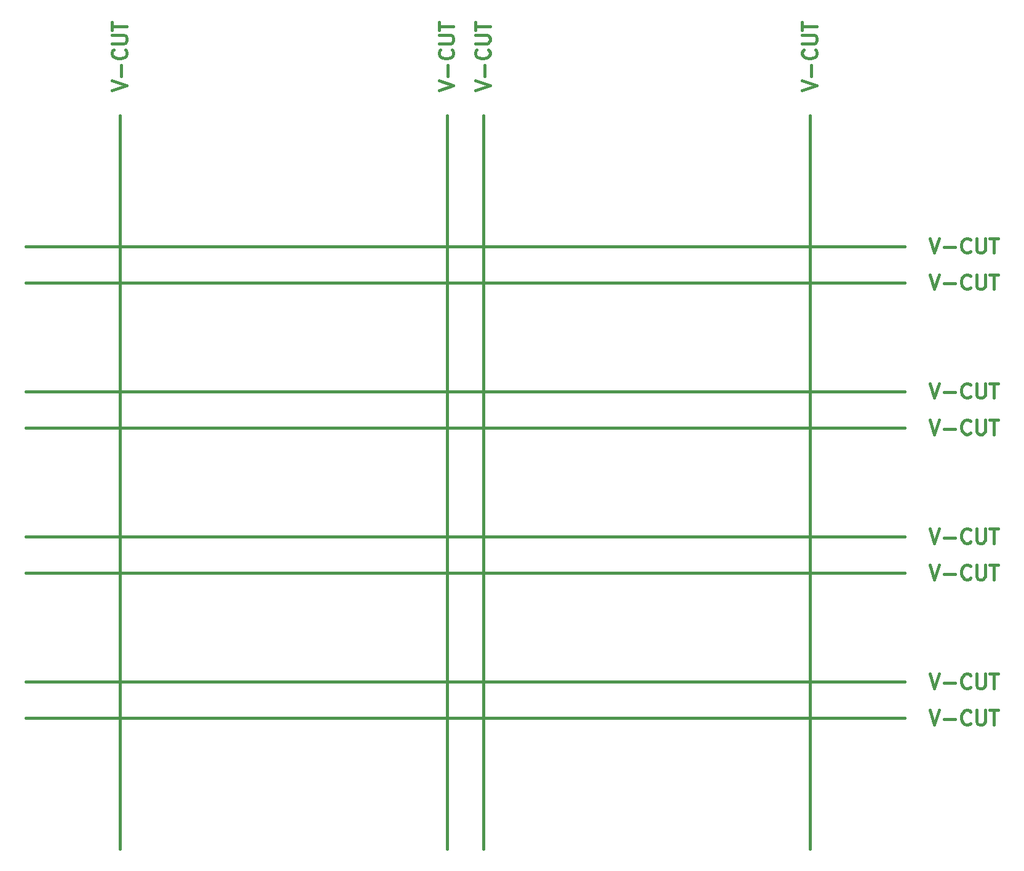
<source format=gbr>
G04 #@! TF.GenerationSoftware,KiCad,Pcbnew,(5.1.9)-1*
G04 #@! TF.CreationDate,2021-05-17T22:57:24+10:00*
G04 #@! TF.ProjectId,microBoSL-panel,6d696372-6f42-46f5-934c-2d70616e656c,rev?*
G04 #@! TF.SameCoordinates,Original*
G04 #@! TF.FileFunction,Other,Comment*
%FSLAX46Y46*%
G04 Gerber Fmt 4.6, Leading zero omitted, Abs format (unit mm)*
G04 Created by KiCad (PCBNEW (5.1.9)-1) date 2021-05-17 22:57:24*
%MOMM*%
%LPD*%
G01*
G04 APERTURE LIST*
%ADD10C,0.400000*%
G04 APERTURE END LIST*
D10*
X121404761Y-36048520D02*
X123404761Y-35381854D01*
X121404761Y-34715187D01*
X122642857Y-34048520D02*
X122642857Y-32524711D01*
X123214285Y-30429473D02*
X123309523Y-30524711D01*
X123404761Y-30810425D01*
X123404761Y-31000901D01*
X123309523Y-31286616D01*
X123119047Y-31477092D01*
X122928571Y-31572330D01*
X122547619Y-31667568D01*
X122261904Y-31667568D01*
X121880952Y-31572330D01*
X121690476Y-31477092D01*
X121500000Y-31286616D01*
X121404761Y-31000901D01*
X121404761Y-30810425D01*
X121500000Y-30524711D01*
X121595238Y-30429473D01*
X121404761Y-29572330D02*
X123023809Y-29572330D01*
X123214285Y-29477092D01*
X123309523Y-29381854D01*
X123404761Y-29191377D01*
X123404761Y-28810425D01*
X123309523Y-28619949D01*
X123214285Y-28524711D01*
X123023809Y-28429473D01*
X121404761Y-28429473D01*
X121404761Y-27762806D02*
X121404761Y-26619949D01*
X123404761Y-27191377D02*
X121404761Y-27191377D01*
X122500000Y-39498997D02*
X122500000Y-140501033D01*
X76404761Y-36048520D02*
X78404761Y-35381854D01*
X76404761Y-34715187D01*
X77642857Y-34048520D02*
X77642857Y-32524711D01*
X78214285Y-30429473D02*
X78309523Y-30524711D01*
X78404761Y-30810425D01*
X78404761Y-31000901D01*
X78309523Y-31286616D01*
X78119047Y-31477092D01*
X77928571Y-31572330D01*
X77547619Y-31667568D01*
X77261904Y-31667568D01*
X76880952Y-31572330D01*
X76690476Y-31477092D01*
X76500000Y-31286616D01*
X76404761Y-31000901D01*
X76404761Y-30810425D01*
X76500000Y-30524711D01*
X76595238Y-30429473D01*
X76404761Y-29572330D02*
X78023809Y-29572330D01*
X78214285Y-29477092D01*
X78309523Y-29381854D01*
X78404761Y-29191377D01*
X78404761Y-28810425D01*
X78309523Y-28619949D01*
X78214285Y-28524711D01*
X78023809Y-28429473D01*
X76404761Y-28429473D01*
X76404761Y-27762806D02*
X76404761Y-26619949D01*
X78404761Y-27191377D02*
X76404761Y-27191377D01*
X77500000Y-39498997D02*
X77500000Y-140501033D01*
X71404761Y-36048520D02*
X73404761Y-35381854D01*
X71404761Y-34715187D01*
X72642857Y-34048520D02*
X72642857Y-32524711D01*
X73214285Y-30429473D02*
X73309523Y-30524711D01*
X73404761Y-30810425D01*
X73404761Y-31000901D01*
X73309523Y-31286616D01*
X73119047Y-31477092D01*
X72928571Y-31572330D01*
X72547619Y-31667568D01*
X72261904Y-31667568D01*
X71880952Y-31572330D01*
X71690476Y-31477092D01*
X71500000Y-31286616D01*
X71404761Y-31000901D01*
X71404761Y-30810425D01*
X71500000Y-30524711D01*
X71595238Y-30429473D01*
X71404761Y-29572330D02*
X73023809Y-29572330D01*
X73214285Y-29477092D01*
X73309523Y-29381854D01*
X73404761Y-29191377D01*
X73404761Y-28810425D01*
X73309523Y-28619949D01*
X73214285Y-28524711D01*
X73023809Y-28429473D01*
X71404761Y-28429473D01*
X71404761Y-27762806D02*
X71404761Y-26619949D01*
X73404761Y-27191377D02*
X71404761Y-27191377D01*
X72500000Y-39498997D02*
X72500000Y-140501033D01*
X26404761Y-36048520D02*
X28404761Y-35381854D01*
X26404761Y-34715187D01*
X27642857Y-34048520D02*
X27642857Y-32524711D01*
X28214285Y-30429473D02*
X28309523Y-30524711D01*
X28404761Y-30810425D01*
X28404761Y-31000901D01*
X28309523Y-31286616D01*
X28119047Y-31477092D01*
X27928571Y-31572330D01*
X27547619Y-31667568D01*
X27261904Y-31667568D01*
X26880952Y-31572330D01*
X26690476Y-31477092D01*
X26500000Y-31286616D01*
X26404761Y-31000901D01*
X26404761Y-30810425D01*
X26500000Y-30524711D01*
X26595238Y-30429473D01*
X26404761Y-29572330D02*
X28023809Y-29572330D01*
X28214285Y-29477092D01*
X28309523Y-29381854D01*
X28404761Y-29191377D01*
X28404761Y-28810425D01*
X28309523Y-28619949D01*
X28214285Y-28524711D01*
X28023809Y-28429473D01*
X26404761Y-28429473D01*
X26404761Y-27762806D02*
X26404761Y-26619949D01*
X28404761Y-27191377D02*
X26404761Y-27191377D01*
X27500000Y-39498997D02*
X27500000Y-140501033D01*
X138939481Y-121404761D02*
X139606147Y-123404761D01*
X140272814Y-121404761D01*
X140939481Y-122642857D02*
X142463290Y-122642857D01*
X144558528Y-123214285D02*
X144463290Y-123309523D01*
X144177576Y-123404761D01*
X143987100Y-123404761D01*
X143701385Y-123309523D01*
X143510909Y-123119047D01*
X143415671Y-122928571D01*
X143320433Y-122547619D01*
X143320433Y-122261904D01*
X143415671Y-121880952D01*
X143510909Y-121690476D01*
X143701385Y-121500000D01*
X143987100Y-121404761D01*
X144177576Y-121404761D01*
X144463290Y-121500000D01*
X144558528Y-121595238D01*
X145415671Y-121404761D02*
X145415671Y-123023809D01*
X145510909Y-123214285D01*
X145606147Y-123309523D01*
X145796624Y-123404761D01*
X146177576Y-123404761D01*
X146368052Y-123309523D01*
X146463290Y-123214285D01*
X146558528Y-123023809D01*
X146558528Y-121404761D01*
X147225195Y-121404761D02*
X148368052Y-121404761D01*
X147796624Y-123404761D02*
X147796624Y-121404761D01*
X14520997Y-122500000D02*
X135489005Y-122500000D01*
X138939481Y-116404761D02*
X139606147Y-118404761D01*
X140272814Y-116404761D01*
X140939481Y-117642857D02*
X142463290Y-117642857D01*
X144558528Y-118214285D02*
X144463290Y-118309523D01*
X144177576Y-118404761D01*
X143987100Y-118404761D01*
X143701385Y-118309523D01*
X143510909Y-118119047D01*
X143415671Y-117928571D01*
X143320433Y-117547619D01*
X143320433Y-117261904D01*
X143415671Y-116880952D01*
X143510909Y-116690476D01*
X143701385Y-116500000D01*
X143987100Y-116404761D01*
X144177576Y-116404761D01*
X144463290Y-116500000D01*
X144558528Y-116595238D01*
X145415671Y-116404761D02*
X145415671Y-118023809D01*
X145510909Y-118214285D01*
X145606147Y-118309523D01*
X145796624Y-118404761D01*
X146177576Y-118404761D01*
X146368052Y-118309523D01*
X146463290Y-118214285D01*
X146558528Y-118023809D01*
X146558528Y-116404761D01*
X147225195Y-116404761D02*
X148368052Y-116404761D01*
X147796624Y-118404761D02*
X147796624Y-116404761D01*
X14520997Y-117500000D02*
X135489005Y-117500000D01*
X138939481Y-101404761D02*
X139606147Y-103404761D01*
X140272814Y-101404761D01*
X140939481Y-102642857D02*
X142463290Y-102642857D01*
X144558528Y-103214285D02*
X144463290Y-103309523D01*
X144177576Y-103404761D01*
X143987100Y-103404761D01*
X143701385Y-103309523D01*
X143510909Y-103119047D01*
X143415671Y-102928571D01*
X143320433Y-102547619D01*
X143320433Y-102261904D01*
X143415671Y-101880952D01*
X143510909Y-101690476D01*
X143701385Y-101500000D01*
X143987100Y-101404761D01*
X144177576Y-101404761D01*
X144463290Y-101500000D01*
X144558528Y-101595238D01*
X145415671Y-101404761D02*
X145415671Y-103023809D01*
X145510909Y-103214285D01*
X145606147Y-103309523D01*
X145796624Y-103404761D01*
X146177576Y-103404761D01*
X146368052Y-103309523D01*
X146463290Y-103214285D01*
X146558528Y-103023809D01*
X146558528Y-101404761D01*
X147225195Y-101404761D02*
X148368052Y-101404761D01*
X147796624Y-103404761D02*
X147796624Y-101404761D01*
X14520997Y-102500000D02*
X135489005Y-102500000D01*
X138939481Y-61404761D02*
X139606147Y-63404761D01*
X140272814Y-61404761D01*
X140939481Y-62642857D02*
X142463290Y-62642857D01*
X144558528Y-63214285D02*
X144463290Y-63309523D01*
X144177576Y-63404761D01*
X143987100Y-63404761D01*
X143701385Y-63309523D01*
X143510909Y-63119047D01*
X143415671Y-62928571D01*
X143320433Y-62547619D01*
X143320433Y-62261904D01*
X143415671Y-61880952D01*
X143510909Y-61690476D01*
X143701385Y-61500000D01*
X143987100Y-61404761D01*
X144177576Y-61404761D01*
X144463290Y-61500000D01*
X144558528Y-61595238D01*
X145415671Y-61404761D02*
X145415671Y-63023809D01*
X145510909Y-63214285D01*
X145606147Y-63309523D01*
X145796624Y-63404761D01*
X146177576Y-63404761D01*
X146368052Y-63309523D01*
X146463290Y-63214285D01*
X146558528Y-63023809D01*
X146558528Y-61404761D01*
X147225195Y-61404761D02*
X148368052Y-61404761D01*
X147796624Y-63404761D02*
X147796624Y-61404761D01*
X14520997Y-62500000D02*
X135489005Y-62500000D01*
X138939481Y-81404761D02*
X139606147Y-83404761D01*
X140272814Y-81404761D01*
X140939481Y-82642857D02*
X142463290Y-82642857D01*
X144558528Y-83214285D02*
X144463290Y-83309523D01*
X144177576Y-83404761D01*
X143987100Y-83404761D01*
X143701385Y-83309523D01*
X143510909Y-83119047D01*
X143415671Y-82928571D01*
X143320433Y-82547619D01*
X143320433Y-82261904D01*
X143415671Y-81880952D01*
X143510909Y-81690476D01*
X143701385Y-81500000D01*
X143987100Y-81404761D01*
X144177576Y-81404761D01*
X144463290Y-81500000D01*
X144558528Y-81595238D01*
X145415671Y-81404761D02*
X145415671Y-83023809D01*
X145510909Y-83214285D01*
X145606147Y-83309523D01*
X145796624Y-83404761D01*
X146177576Y-83404761D01*
X146368052Y-83309523D01*
X146463290Y-83214285D01*
X146558528Y-83023809D01*
X146558528Y-81404761D01*
X147225195Y-81404761D02*
X148368052Y-81404761D01*
X147796624Y-83404761D02*
X147796624Y-81404761D01*
X14520997Y-82500000D02*
X135489005Y-82500000D01*
X138939481Y-76404761D02*
X139606147Y-78404761D01*
X140272814Y-76404761D01*
X140939481Y-77642857D02*
X142463290Y-77642857D01*
X144558528Y-78214285D02*
X144463290Y-78309523D01*
X144177576Y-78404761D01*
X143987100Y-78404761D01*
X143701385Y-78309523D01*
X143510909Y-78119047D01*
X143415671Y-77928571D01*
X143320433Y-77547619D01*
X143320433Y-77261904D01*
X143415671Y-76880952D01*
X143510909Y-76690476D01*
X143701385Y-76500000D01*
X143987100Y-76404761D01*
X144177576Y-76404761D01*
X144463290Y-76500000D01*
X144558528Y-76595238D01*
X145415671Y-76404761D02*
X145415671Y-78023809D01*
X145510909Y-78214285D01*
X145606147Y-78309523D01*
X145796624Y-78404761D01*
X146177576Y-78404761D01*
X146368052Y-78309523D01*
X146463290Y-78214285D01*
X146558528Y-78023809D01*
X146558528Y-76404761D01*
X147225195Y-76404761D02*
X148368052Y-76404761D01*
X147796624Y-78404761D02*
X147796624Y-76404761D01*
X14520997Y-77500000D02*
X135489005Y-77500000D01*
X138939481Y-96404761D02*
X139606147Y-98404761D01*
X140272814Y-96404761D01*
X140939481Y-97642857D02*
X142463290Y-97642857D01*
X144558528Y-98214285D02*
X144463290Y-98309523D01*
X144177576Y-98404761D01*
X143987100Y-98404761D01*
X143701385Y-98309523D01*
X143510909Y-98119047D01*
X143415671Y-97928571D01*
X143320433Y-97547619D01*
X143320433Y-97261904D01*
X143415671Y-96880952D01*
X143510909Y-96690476D01*
X143701385Y-96500000D01*
X143987100Y-96404761D01*
X144177576Y-96404761D01*
X144463290Y-96500000D01*
X144558528Y-96595238D01*
X145415671Y-96404761D02*
X145415671Y-98023809D01*
X145510909Y-98214285D01*
X145606147Y-98309523D01*
X145796624Y-98404761D01*
X146177576Y-98404761D01*
X146368052Y-98309523D01*
X146463290Y-98214285D01*
X146558528Y-98023809D01*
X146558528Y-96404761D01*
X147225195Y-96404761D02*
X148368052Y-96404761D01*
X147796624Y-98404761D02*
X147796624Y-96404761D01*
X14520997Y-97500000D02*
X135489005Y-97500000D01*
X138939481Y-56404761D02*
X139606147Y-58404761D01*
X140272814Y-56404761D01*
X140939481Y-57642857D02*
X142463290Y-57642857D01*
X144558528Y-58214285D02*
X144463290Y-58309523D01*
X144177576Y-58404761D01*
X143987100Y-58404761D01*
X143701385Y-58309523D01*
X143510909Y-58119047D01*
X143415671Y-57928571D01*
X143320433Y-57547619D01*
X143320433Y-57261904D01*
X143415671Y-56880952D01*
X143510909Y-56690476D01*
X143701385Y-56500000D01*
X143987100Y-56404761D01*
X144177576Y-56404761D01*
X144463290Y-56500000D01*
X144558528Y-56595238D01*
X145415671Y-56404761D02*
X145415671Y-58023809D01*
X145510909Y-58214285D01*
X145606147Y-58309523D01*
X145796624Y-58404761D01*
X146177576Y-58404761D01*
X146368052Y-58309523D01*
X146463290Y-58214285D01*
X146558528Y-58023809D01*
X146558528Y-56404761D01*
X147225195Y-56404761D02*
X148368052Y-56404761D01*
X147796624Y-58404761D02*
X147796624Y-56404761D01*
X14520997Y-57500000D02*
X135489005Y-57500000D01*
M02*

</source>
